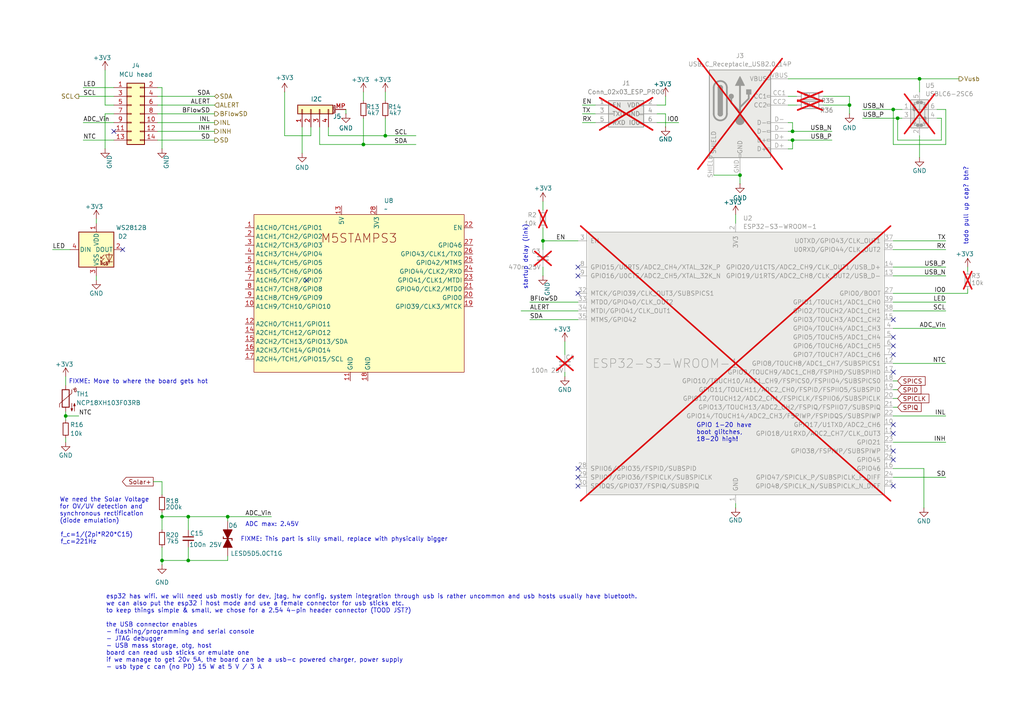
<source format=kicad_sch>
(kicad_sch (version 20250114) (generator "eeschema") (generator_version "9.0")
  (paper "A4")
  (lib_symbols
    (symbol "Connector_Generic:Conn_02x07_Odd_Even" (pin_names (offset 1.016) (hide yes))
      (property "Reference" "J" (at 1.27 10.16 0))
      (property "Value" "Conn_02x07_Odd_Even" (at 1.27 -10.16 0))
      (symbol "Conn_02x07_Odd_Even_1_1"
        (rectangle (start -1.27 8.89) (end 3.81 -8.89) (stroke (width 0.254)) (fill (type background)))
        (rectangle (start -1.27 7.747) (end 0 7.493) (stroke (width 0.1524)))
        (rectangle (start -1.27 5.207) (end 0 4.953) (stroke (width 0.1524)))
        (rectangle (start -1.27 2.667) (end 0 2.413) (stroke (width 0.1524)))
        (rectangle (start -1.27 0.127) (end 0 -0.127) (stroke (width 0.1524)))
        (rectangle (start -1.27 -2.413) (end 0 -2.667) (stroke (width 0.1524)))
        (rectangle (start -1.27 -4.953) (end 0 -5.207) (stroke (width 0.1524)))
        (rectangle (start -1.27 -7.493) (end 0 -7.747) (stroke (width 0.1524)))
        (rectangle (start 3.81 7.747) (end 2.54 7.493) (stroke (width 0.1524)))
        (rectangle (start 3.81 5.207) (end 2.54 4.953) (stroke (width 0.1524)))
        (rectangle (start 3.81 2.667) (end 2.54 2.413) (stroke (width 0.1524)))
        (rectangle (start 3.81 0.127) (end 2.54 -0.127) (stroke (width 0.1524)))
        (rectangle (start 3.81 -2.413) (end 2.54 -2.667) (stroke (width 0.1524)))
        (rectangle (start 3.81 -4.953) (end 2.54 -5.207) (stroke (width 0.1524)))
        (rectangle (start 3.81 -7.493) (end 2.54 -7.747) (stroke (width 0.1524)))
        (pin passive line (at -5.08 7.62 0) (length 3.81) (name "Pin_1") (number "1"))
        (pin passive line (at -5.08 5.08 0) (length 3.81) (name "Pin_3") (number "3"))
        (pin passive line (at -5.08 2.54 0) (length 3.81) (name "Pin_5") (number "5"))
        (pin passive line (at -5.08 0 0) (length 3.81) (name "Pin_7") (number "7"))
        (pin passive line (at -5.08 -2.54 0) (length 3.81) (name "Pin_9") (number "9"))
        (pin passive line (at -5.08 -5.08 0) (length 3.81) (name "Pin_11") (number "11"))
        (pin passive line (at -5.08 -7.62 0) (length 3.81) (name "Pin_13") (number "13"))
        (pin passive line (at 7.62 7.62 180) (length 3.81) (name "Pin_2") (number "2"))
        (pin passive line (at 7.62 5.08 180) (length 3.81) (name "Pin_4") (number "4"))
        (pin passive line (at 7.62 2.54 180) (length 3.81) (name "Pin_6") (number "6"))
        (pin passive line (at 7.62 0 180) (length 3.81) (name "Pin_8") (number "8"))
        (pin passive line (at 7.62 -2.54 180) (length 3.81) (name "Pin_10") (number "10"))
        (pin passive line (at 7.62 -5.08 180) (length 3.81) (name "Pin_12") (number "12"))
        (pin passive line (at 7.62 -7.62 180) (length 3.81) (name "Pin_14") (number "14"))
      )
    )
    (symbol "Connector_Generic_MountingPin:Conn_01x04_MountingPin" (pin_names (offset 1.016) (hide yes))
      (property "Reference" "J" (at 0 5.08 0))
      (property "Value" "Conn_01x04_MountingPin" (at 1.27 -7.62 0))
      (symbol "Conn_01x04_MountingPin_1_1"
        (rectangle (start -1.27 3.81) (end 1.27 -6.35) (stroke (width 0.254)) (fill (type background)))
        (rectangle (start -1.27 2.667) (end 0 2.413) (stroke (width 0.1524)))
        (rectangle (start -1.27 0.127) (end 0 -0.127) (stroke (width 0.1524)))
        (rectangle (start -1.27 -2.413) (end 0 -2.667) (stroke (width 0.1524)))
        (rectangle (start -1.27 -4.953) (end 0 -5.207) (stroke (width 0.1524)))
        (polyline (pts (xy -1.016 -7.112) (xy 1.016 -7.112)) (stroke (width 0.1524)))
        (text "Mounting" (at 0 -6.731 0) (effects (font (size 0.381 0.381))))
        (pin passive line (at -5.08 2.54 0) (length 3.81) (name "Pin_1") (number "1"))
        (pin passive line (at -5.08 0 0) (length 3.81) (name "Pin_2") (number "2"))
        (pin passive line (at -5.08 -2.54 0) (length 3.81) (name "Pin_3") (number "3"))
        (pin passive line (at -5.08 -5.08 0) (length 3.81) (name "Pin_4") (number "4"))
        (pin passive line (at 0 -10.16 90) (length 3.048) (name "MountPin") (number "MP"))
      )
    )
    (symbol "Device:C_Small" (pin_numbers (hide yes)) (pin_names (offset 0.254) (hide yes))
      (property "Reference" "C" (at 0.254 1.778 0))
      (property "Value" "C_Small" (at 0.254 -2.032 0))
      (symbol "C_Small_0_1"
        (polyline (pts (xy -1.524 0.508) (xy 1.524 0.508)) (stroke (width 0.3048)))
        (polyline (pts (xy -1.524 -0.508) (xy 1.524 -0.508)) (stroke (width 0.3302)))
      )
      (symbol "C_Small_1_1"
        (pin passive line (at 0 2.54 270) (length 2.032) (name "~") (number "1"))
        (pin passive line (at 0 -2.54 90) (length 2.032) (name "~") (number "2"))
      )
    )
    (symbol "Device:R" (pin_numbers (hide yes)) (pin_names (offset 0))
      (property "Reference" "R" (at 2.032 0 90))
      (property "Value" "R" (at 0 0 90))
      (symbol "R_0_1"
        (rectangle (start -1.016 -2.54) (end 1.016 2.54) (stroke (width 0.254)))
      )
      (symbol "R_1_1"
        (pin passive line (at 0 3.81 270) (length 1.27) (name "~") (number "1"))
        (pin passive line (at 0 -3.81 90) (length 1.27) (name "~") (number "2"))
      )
    )
    (symbol "Device:R_Small" (pin_numbers (hide yes)) (pin_names (offset 0.254) (hide yes))
      (property "Reference" "R" (at 0 0 90))
      (property "Value" "R_Small" (at 1.778 0 90))
      (symbol "R_Small_0_1"
        (rectangle (start -0.762 1.778) (end 0.762 -1.778) (stroke (width 0.2032)))
      )
      (symbol "R_Small_1_1"
        (pin passive line (at 0 2.54 270) (length 0.762) (name "~") (number "1"))
        (pin passive line (at 0 -2.54 90) (length 0.762) (name "~") (number "2"))
      )
    )
    (symbol "Device:Thermistor_NTC" (pin_numbers (hide yes)) (pin_names (offset 0))
      (property "Reference" "TH" (at -4.445 0 90))
      (property "Value" "Thermistor_NTC" (at 3.175 0 90))
      (symbol "Thermistor_NTC_0_1"
        (arc (start -3.175 2.413) (mid -3.0506 2.3165) (end -3.048 2.159))
        (arc (start -3.048 2.794) (mid -2.9736 2.9736) (end -2.794 3.048))
        (arc (start -2.794 3.048) (mid -2.6144 2.9736) (end -2.54 2.794))
        (arc (start -2.794 2.54) (mid -2.9736 2.6144) (end -3.048 2.794))
        (arc (start -2.794 1.905) (mid -2.9736 1.9794) (end -3.048 2.159))
        (arc (start -2.54 2.159) (mid -2.6144 1.9794) (end -2.794 1.905))
        (arc (start -2.159 2.794) (mid -2.434 2.5608) (end -2.794 2.54))
        (polyline (pts (xy -2.54 2.159) (xy -2.54 2.794)))
        (polyline (pts (xy -2.54 -3.683) (xy -2.54 -1.397) (xy -2.794 -2.159) (xy -2.286 -2.159) (xy -2.54 -1.397) (xy -2.54 -1.651)) (fill (type outline)))
        (polyline (pts (xy -1.778 2.54) (xy -1.778 1.524) (xy 1.778 -1.524) (xy 1.778 -2.54)))
        (polyline (pts (xy -1.778 -1.397) (xy -1.778 -3.683) (xy -2.032 -2.921) (xy -1.524 -2.921) (xy -1.778 -3.683) (xy -1.778 -3.429)) (fill (type outline)))
        (rectangle (start -1.016 2.54) (end 1.016 -2.54) (stroke (width 0.254)))
      )
      (symbol "Thermistor_NTC_1_1"
        (pin passive line (at 0 3.81 270) (length 1.27) (name "~") (number "1"))
        (pin passive line (at 0 -3.81 90) (length 1.27) (name "~") (number "2"))
      )
    )
    (symbol "LED:WS2812B" (pin_names (offset 0.254))
      (property "Reference" "D" (at 5.08 5.715 0))
      (property "Value" "WS2812B" (at 1.27 -5.715 0))
      (symbol "WS2812B_0_0"
        (text "RGB" (at 2.286 -4.191 0) (effects (font (size 0.762 0.762))))
      )
      (symbol "WS2812B_0_1"
        (polyline (pts (xy 1.27 -2.54) (xy 1.778 -2.54)))
        (polyline (pts (xy 1.27 -3.556) (xy 1.778 -3.556)))
        (polyline (pts (xy 2.286 -1.524) (xy 1.27 -2.54) (xy 1.27 -2.032)))
        (polyline (pts (xy 2.286 -2.54) (xy 1.27 -3.556) (xy 1.27 -3.048)))
        (polyline (pts (xy 3.683 -1.016) (xy 3.683 -3.556) (xy 3.683 -4.064)))
        (polyline (pts (xy 4.699 -1.524) (xy 2.667 -1.524) (xy 3.683 -3.556) (xy 4.699 -1.524)))
        (polyline (pts (xy 4.699 -3.556) (xy 2.667 -3.556)))
        (rectangle (start 5.08 5.08) (end -5.08 -5.08) (stroke (width 0.254)) (fill (type background)))
      )
      (symbol "WS2812B_1_1"
        (pin input line (at -7.62 0 0) (length 2.54) (name "DIN") (number "4"))
        (pin power_in line (at 0 7.62 270) (length 2.54) (name "VDD") (number "1"))
        (pin power_in line (at 0 -7.62 90) (length 2.54) (name "VSS") (number "3"))
        (pin output line (at 7.62 0 180) (length 2.54) (name "DOUT") (number "2"))
      )
    )
    (symbol "PCM_Diode_TVS_AKL:D_TVS_Bidirectional_Generic" (pin_numbers (hide yes)) (pin_names (offset 1.016) (hide yes))
      (property "Reference" "D" (at 0 5.08 0))
      (property "Value" "D_TVS_Bidirectional_Generic" (at 0 2.54 0))
      (symbol "D_TVS_Bidirectional_Generic_0_1"
        (polyline (pts (xy 0 1.27) (xy 0 -1.27)) (stroke (width 0.254)))
        (polyline (pts (xy 0 1.27) (xy 0.508 1.27)) (stroke (width 0.254)))
        (polyline (pts (xy 0 0) (xy -2.54 1.27) (xy -2.54 -1.27) (xy 0 0)) (stroke (width 0.254)) (fill (type outline)))
        (polyline (pts (xy 0 -1.27) (xy -0.508 -1.27)) (stroke (width 0.254)))
        (polyline (pts (xy 1.27 0) (xy -1.27 0)))
        (polyline (pts (xy 2.54 1.27) (xy 2.54 -1.27) (xy 0 0) (xy 2.54 1.27)) (stroke (width 0.254)) (fill (type outline)))
      )
      (symbol "D_TVS_Bidirectional_Generic_1_1"
        (pin passive line (at -5.08 0 0) (length 2.54) (name "K") (number "1"))
        (pin passive line (at 5.08 0 180) (length 2.54) (name "A") (number "2"))
      )
    )
    (symbol "PCM_Espressif:ESP32-S3-WROOM-1" (pin_names (offset 1.016))
      (property "Reference" "U" (at -43.18 43.18 0))
      (property "Value" "ESP32-S3-WROOM-1" (at -43.18 40.64 0))
      (symbol "ESP32-S3-WROOM-1_0_0"
        (text "ESP32-S3-WROOM-1" (at -20.32 0 0) (effects (font (size 2.54 2.54))))
        (pin input line (at -45.72 35.56 0) (length 2.54) (name "EN") (number "3"))
        (pin bidirectional line (at -45.72 27.94 0) (length 2.54) (name "GPIO15/U0RTS/ADC2_CH4/XTAL_32K_P") (number "8"))
        (pin bidirectional line (at -45.72 25.4 0) (length 2.54) (name "GPIO16/U0CTS/ADC2_CH5/XTAL_32K_N") (number "9"))
        (pin bidirectional line (at -45.72 20.32 0) (length 2.54) (name "MTCK/GPIO39/CLK_OUT3/SUBSPICS1") (number "32"))
        (pin bidirectional line (at -45.72 17.78 0) (length 2.54) (name "MTDO/GPIO40/CLK_OUT2") (number "33"))
        (pin bidirectional line (at -45.72 15.24 0) (length 2.54) (name "MTDI/GPIO41/CLK_OUT1") (number "34"))
        (pin bidirectional line (at -45.72 12.7 0) (length 2.54) (name "MTMS/GPIO42") (number "35"))
        (pin bidirectional line (at -45.72 -30.48 0) (length 2.54) (name "SPIIO6/GPIO35/FSPID/SUBSPID") (number "28"))
        (pin bidirectional line (at -45.72 -33.02 0) (length 2.54) (name "SPIIO7/GPIO36/FSPICLK/SUBSPICLK") (number "29"))
        (pin bidirectional line (at -45.72 -35.56 0) (length 2.54) (name "SPIDQS/GPIO37/FSPIQ/SUBSPIQ") (number "30"))
        (pin power_in line (at 0 40.64 270) (length 2.54) (name "3V3") (number "2"))
        (pin power_in line (at 0 -40.64 90) (length 2.54) (name "GND") (number "1"))
        (pin passive line (at 0 -40.64 90) (length 2.54) (hide yes) (name "GND") (number "40"))
        (pin passive line (at 0 -40.64 90) (length 2.54) (hide yes) (name "GND") (number "41"))
        (pin bidirectional line (at 45.72 35.56 180) (length 2.54) (name "U0TXD/GPIO43/CLK_OUT1") (number "37"))
        (pin bidirectional line (at 45.72 33.02 180) (length 2.54) (name "U0RXD/GPIO44/CLK_OUT2") (number "36"))
        (pin bidirectional line (at 45.72 27.94 180) (length 2.54) (name "GPIO20/U1CTS/ADC2_CH9/CLK_OUT1/USB_D+") (number "14"))
        (pin bidirectional line (at 45.72 25.4 180) (length 2.54) (name "GPIO19/U1RTS/ADC2_CH8/CLK_OUT2/USB_D-") (number "13"))
        (pin bidirectional line (at 45.72 20.32 180) (length 2.54) (name "GPIO0/BOOT") (number "27"))
        (pin bidirectional line (at 45.72 17.78 180) (length 2.54) (name "GPIO1/TOUCH1/ADC1_CH0") (number "39"))
        (pin bidirectional line (at 45.72 15.24 180) (length 2.54) (name "GPIO2/TOUCH2/ADC1_CH1") (number "38"))
        (pin bidirectional line (at 45.72 12.7 180) (length 2.54) (name "GPIO3/TOUCH3/ADC1_CH2") (number "15"))
        (pin bidirectional line (at 45.72 10.16 180) (length 2.54) (name "GPIO4/TOUCH4/ADC1_CH3") (number "4"))
        (pin bidirectional line (at 45.72 7.62 180) (length 2.54) (name "GPIO5/TOUCH5/ADC1_CH4") (number "5"))
        (pin bidirectional line (at 45.72 5.08 180) (length 2.54) (name "GPIO6/TOUCH6/ADC1_CH5") (number "6"))
        (pin bidirectional line (at 45.72 2.54 180) (length 2.54) (name "GPIO7/TOUCH7/ADC1_CH6") (number "7"))
        (pin bidirectional line (at 45.72 0 180) (length 2.54) (name "GPIO8/TOUCH8/ADC1_CH7/SUBSPICS1") (number "12"))
        (pin bidirectional line (at 45.72 -2.54 180) (length 2.54) (name "GPIO9/TOUCH9/ADC1_CH8/FSPIHD/SUBSPIHD") (number "17"))
        (pin bidirectional line (at 45.72 -5.08 180) (length 2.54) (name "GPIO10/TOUCH10/ADC1_CH9/FSPICS0/FSPIIO4/SUBSPICS0") (number "18"))
        (pin bidirectional line (at 45.72 -7.62 180) (length 2.54) (name "GPIO11/TOUCH11/ADC2_CH0/FSPID/FSPIIO5/SUBSPID") (number "19"))
        (pin bidirectional line (at 45.72 -10.16 180) (length 2.54) (name "GPIO12/TOUCH12/ADC2_CH1/FSPICLK/FSPIIO6/SUBSPICLK") (number "20"))
        (pin bidirectional line (at 45.72 -12.7 180) (length 2.54) (name "GPIO13/TOUCH13/ADC2_CH2/FSPIQ/FSPIIO7/SUBSPIQ") (number "21"))
        (pin bidirectional line (at 45.72 -15.24 180) (length 2.54) (name "GPIO14/TOUCH14/ADC2_CH3/FSPIWP/FSPIDQS/SUBSPIWP") (number "22"))
        (pin bidirectional line (at 45.72 -17.78 180) (length 2.54) (name "GPIO17/U1TXD/ADC2_CH6") (number "10"))
        (pin bidirectional line (at 45.72 -20.32 180) (length 2.54) (name "GPIO18/U1RXD/ADC2_CH7/CLK_OUT3") (number "11"))
        (pin bidirectional line (at 45.72 -22.86 180) (length 2.54) (name "GPIO21") (number "23"))
        (pin bidirectional line (at 45.72 -25.4 180) (length 2.54) (name "GPIO38/FSPIWP/SUBSPIWP") (number "31"))
        (pin bidirectional line (at 45.72 -27.94 180) (length 2.54) (name "GPIO45") (number "26"))
        (pin bidirectional line (at 45.72 -30.48 180) (length 2.54) (name "GPIO46") (number "16"))
        (pin bidirectional line (at 45.72 -33.02 180) (length 2.54) (name "GPIO47/SPICLK_P/SUBSPICLK_P_DIFF") (number "24"))
        (pin bidirectional line (at 45.72 -35.56 180) (length 2.54) (name "GPIO48/SPICLK_N/SUBSPICLK_N_DIFF") (number "25"))
      )
      (symbol "ESP32-S3-WROOM-1_0_1"
        (rectangle (start -43.18 38.1) (end 43.18 -38.1) (fill (type background)))
      )
    )
    (symbol "Power_Protection:USBLC6-2SC6" (pin_names (hide yes))
      (property "Reference" "U" (at 0.635 5.715 0))
      (property "Value" "USBLC6-2SC6" (at 0.635 3.81 0))
      (symbol "USBLC6-2SC6_0_0"
        (circle (center -1.524 0) (radius 0.0001) (stroke (width 0.508)))
        (circle (center -0.508 2.032) (radius 0.0001) (stroke (width 0.508)))
        (circle (center -0.508 -4.572) (radius 0.0001) (stroke (width 0.508)))
        (circle (center 0.508 2.032) (radius 0.0001) (stroke (width 0.508)))
        (circle (center 0.508 -4.572) (radius 0.0001) (stroke (width 0.508)))
        (circle (center 1.524 -2.54) (radius 0.0001) (stroke (width 0.508)))
      )
      (symbol "USBLC6-2SC6_0_1"
        (polyline (pts (xy -2.54 0) (xy 2.54 0)))
        (polyline (pts (xy -2.54 -2.54) (xy 2.54 -2.54)))
        (polyline (pts (xy -2.032 0.508) (xy -1.016 0.508) (xy -1.524 1.524) (xy -2.032 0.508)))
        (polyline (pts (xy -2.032 -3.048) (xy -1.016 -3.048)))
        (polyline (pts (xy -1.016 1.524) (xy -2.032 1.524)))
        (polyline (pts (xy -1.016 -4.064) (xy -2.032 -4.064) (xy -1.524 -3.048) (xy -1.016 -4.064)))
        (polyline (pts (xy -0.508 -1.143) (xy -0.508 -0.762) (xy 0.508 -0.762)))
        (polyline (pts (xy 0 2.54) (xy -0.508 2.032) (xy 0.508 2.032) (xy 0 1.524) (xy 0 -4.064) (xy -0.508 -4.572) (xy 0.508 -4.572) (xy 0 -5.08)))
        (polyline (pts (xy 0.508 -1.778) (xy -0.508 -1.778) (xy 0 -0.762) (xy 0.508 -1.778)))
        (polyline (pts (xy 1.016 1.524) (xy 2.032 1.524)))
        (polyline (pts (xy 1.016 -3.048) (xy 2.032 -3.048)))
        (polyline (pts (xy 2.032 0.508) (xy 1.016 0.508) (xy 1.524 1.524) (xy 2.032 0.508)))
        (polyline (pts (xy 2.032 -4.064) (xy 1.016 -4.064) (xy 1.524 -3.048) (xy 2.032 -4.064)))
      )
      (symbol "USBLC6-2SC6_1_1"
        (rectangle (start -2.54 2.794) (end 2.54 -5.334) (stroke (width 0.254)) (fill (type background)))
        (polyline (pts (xy -0.508 2.032) (xy -1.524 2.032) (xy -1.524 -4.572) (xy -0.508 -4.572)))
        (polyline (pts (xy 0.508 -4.572) (xy 1.524 -4.572) (xy 1.524 2.032) (xy 0.508 2.032)))
        (pin passive line (at -5.08 0 0) (length 2.54) (name "I/O1") (number "1"))
        (pin passive line (at -5.08 -2.54 0) (length 2.54) (name "I/O2") (number "3"))
        (pin passive line (at 0 5.08 270) (length 2.54) (name "VBUS") (number "5"))
        (pin passive line (at 0 -7.62 90) (length 2.54) (name "GND") (number "2"))
        (pin passive line (at 5.08 0 180) (length 2.54) (name "I/O1") (number "6"))
        (pin passive line (at 5.08 -2.54 180) (length 2.54) (name "I/O2") (number "4"))
      )
    )
    (symbol "afork-kicad-parts:M5STAMPS3"
      (property "Reference" "U" (at -48.26 -2.54 0))
      (symbol "M5STAMPS3_0_1"
        (rectangle (start -30.48 36.83) (end 30.48 -8.89) (fill (type background)))
      )
      (symbol "M5STAMPS3_1_0"
        (text "M5STAMPS3\n" (at 0 29.972 0) (effects (font (size 2.54 2.54))))
      )
      (symbol "M5STAMPS3_1_1"
        (pin bidirectional line (at -33.02 33.02 0) (length 2.54) (name "A1CH0/TCH1/GPIO1") (number "1"))
        (pin bidirectional line (at -33.02 30.48 0) (length 2.54) (name "A1CH1/TCH2/GPIO2") (number "2"))
        (pin bidirectional line (at -33.02 27.94 0) (length 2.54) (name "A1CH2/TCH3/GPIO3") (number "3"))
        (pin bidirectional line (at -33.02 25.4 0) (length 2.54) (name "A1CH3/TCH4/GPIO4") (number "4"))
        (pin bidirectional line (at -33.02 22.86 0) (length 2.54) (name "A1CH4/TCH5/GPIO5") (number "5"))
        (pin bidirectional line (at -33.02 20.32 0) (length 2.54) (name "A1CH5/TCH6/GPIO6") (number "6"))
        (pin bidirectional line (at -33.02 17.78 0) (length 2.54) (name "A1CH6/TCH7/GPIO7") (number "7"))
        (pin bidirectional line (at -33.02 15.24 0) (length 2.54) (name "A1CH7/TCH8/GPIO8") (number "8"))
        (pin bidirectional line (at -33.02 12.7 0) (length 2.54) (name "A1CH8/TCH9/GPIO9") (number "9"))
        (pin bidirectional line (at -33.02 10.16 0) (length 2.54) (name "A1CH9/TCH10/GPIO10") (number "10"))
        (pin bidirectional line (at -33.02 5.08 0) (length 2.54) (name "A2CH0/TCH11/GPIO11") (number "12"))
        (pin bidirectional line (at -33.02 2.54 0) (length 2.54) (name "A2CH1/TCH12/GPIO12") (number "14"))
        (pin bidirectional line (at -33.02 0 0) (length 2.54) (name "A2CH2/TCH13/GPIO13/SDA") (number "15"))
        (pin bidirectional line (at -33.02 -2.54 0) (length 2.54) (name "A2CH3/TCH14/GPIO14") (number "16"))
        (pin bidirectional line (at -33.02 -5.08 0) (length 2.54) (name "A2CH4/TCH1/GPIO15/SCL") (number "17"))
        (pin power_in line (at -5.08 39.37 270) (length 2.54) (name "5V") (number "13"))
        (pin power_in line (at -2.54 -11.43 90) (length 2.54) (name "GND") (number "11"))
        (pin power_in line (at 2.54 -11.43 90) (length 2.54) (name "GND") (number "18"))
        (pin power_in line (at 5.08 39.37 270) (length 2.54) (name "3V3") (number "28"))
        (pin input line (at 33.02 33.02 180) (length 2.54) (name "EN") (number "22"))
        (pin bidirectional line (at 33.02 27.94 180) (length 2.54) (name "GPIO46") (number "27"))
        (pin bidirectional line (at 33.02 25.4 180) (length 2.54) (name "GPIO43/CLK1/TXD") (number "26"))
        (pin bidirectional line (at 33.02 22.86 180) (length 2.54) (name "GPIO42/MTMS") (number "25"))
        (pin bidirectional line (at 33.02 20.32 180) (length 2.54) (name "GPIO44/CLK2/RXD") (number "24"))
        (pin bidirectional line (at 33.02 17.78 180) (length 2.54) (name "GPIO41/CLK1/MTDI") (number "23"))
        (pin bidirectional line (at 33.02 15.24 180) (length 2.54) (name "GPIO40/CLK2/MTD0") (number "21"))
        (pin bidirectional line (at 33.02 12.7 180) (length 2.54) (name "GPIO0") (number "20"))
        (pin bidirectional line (at 33.02 10.16 180) (length 2.54) (name "GPIO39/CLK3/MTCK") (number "19"))
      )
    )
    (symbol "afork-kicad-parts:USB_C_Receptacle_USB2.0_14P" (pin_names (offset 1.016))
      (property "Reference" "J3" (at 0 21.9245 0))
      (property "Value" "USB_C_Receptacle_USB2.0_14P" (at 0 19.5002 0))
      (symbol "USB_C_Receptacle_USB2.0_14P_0_0"
        (rectangle (start -0.254 -7.62) (end 0.254 -6.604))
        (rectangle (start 8.89 15.494) (end 7.874 14.986))
        (rectangle (start 8.89 10.414) (end 7.874 9.906))
        (rectangle (start 8.89 7.874) (end 7.874 7.366))
        (rectangle (start 8.89 2.794) (end 7.874 2.286))
        (rectangle (start 8.89 0.254) (end 7.874 -0.254))
        (rectangle (start 8.89 -2.286) (end 7.874 -2.794))
        (rectangle (start 8.89 -4.826) (end 7.874 -5.334))
      )
      (symbol "USB_C_Receptacle_USB2.0_14P_0_1"
        (rectangle (start -8.89 17.78) (end 8.89 -7.62) (stroke (width 0.254)) (fill (type background)))
        (polyline (pts (xy -7.62 5.08) (xy -7.62 12.7)) (stroke (width 0.508)))
        (rectangle (start -6.35 5.08) (end -5.08 12.7) (stroke (width 0.254)) (fill (type outline)))
        (arc (start -6.35 12.7) (mid -5.715 13.3323) (end -5.08 12.7) (stroke (width 0.254)))
        (arc (start -6.35 12.7) (mid -5.715 13.3323) (end -5.08 12.7) (stroke (width 0.254)) (fill (type outline)))
        (arc (start -7.62 12.7) (mid -5.715 14.5967) (end -3.81 12.7) (stroke (width 0.508)))
        (arc (start -3.81 5.08) (mid -5.715 3.1833) (end -7.62 5.08) (stroke (width 0.508)))
        (arc (start -5.08 5.08) (mid -5.715 4.4477) (end -6.35 5.08) (stroke (width 0.254)))
        (arc (start -5.08 5.08) (mid -5.715 4.4477) (end -6.35 5.08) (stroke (width 0.254)) (fill (type outline)))
        (polyline (pts (xy -3.81 12.7) (xy -3.81 5.08)) (stroke (width 0.508)))
        (circle (center -2.54 10.16) (radius 0.635) (stroke (width 0.254)) (fill (type outline)))
        (polyline (pts (xy -1.27 13.335) (xy 0 15.875) (xy 1.27 13.335) (xy -1.27 13.335)) (stroke (width 0.254)) (fill (type outline)))
        (polyline (pts (xy 0 6.985) (xy 2.54 9.525) (xy 2.54 10.795)) (stroke (width 0.508)))
        (polyline (pts (xy 0 5.715) (xy -2.54 8.255) (xy -2.54 9.525)) (stroke (width 0.508)))
        (circle (center 0 3.175) (radius 1.27) (fill (type outline)))
        (polyline (pts (xy 0 3.175) (xy 0 13.335)) (stroke (width 0.508)))
        (rectangle (start 1.905 10.795) (end 3.175 12.065) (stroke (width 0.254)) (fill (type outline)))
      )
      (symbol "USB_C_Receptacle_USB2.0_14P_1_1"
        (pin passive line (at -7.62 -12.7 90) (length 5.08) (name "SHIELD") (number "SHIELD"))
        (pin passive line (at 0 -12.7 90) (length 5.08) (name "GND") (number "GND"))
        (pin passive line (at 0 -12.7 90) (length 5.08) (hide yes) (name "GND") (number "GND"))
        (pin passive line (at 0 -12.7 90) (length 5.08) (hide yes) (name "GND") (number "GND"))
        (pin passive line (at 0 -12.7 90) (length 5.08) (hide yes) (name "GND") (number "GND"))
        (pin passive line (at 13.97 15.24 180) (length 5.08) (name "VBUS") (number "VBUS"))
        (pin passive line (at 13.97 15.24 180) (length 5.08) (hide yes) (name "VBUS") (number "VBUS"))
        (pin passive line (at 13.97 15.24 180) (length 5.08) (hide yes) (name "VBUS") (number "VBUS"))
        (pin passive line (at 13.97 15.24 180) (length 5.08) (hide yes) (name "VBUS") (number "VBUS"))
        (pin bidirectional line (at 13.97 10.16 180) (length 5.08) (name "CC1") (number "CC1"))
        (pin bidirectional line (at 13.97 7.62 180) (length 5.08) (name "CC2") (number "CC2"))
        (pin bidirectional line (at 13.97 2.54 180) (length 5.08) (name "D-") (number "D-"))
        (pin bidirectional line (at 13.97 0 180) (length 5.08) (name "D-") (number "D-"))
        (pin bidirectional line (at 13.97 -2.54 180) (length 5.08) (name "D+") (number "D+"))
        (pin bidirectional line (at 13.97 -5.08 180) (length 5.08) (name "D+") (number "D+"))
      )
    )
    (symbol "open-pe:Conn_02x03_ESP_PROG" (pin_names (offset 1.016))
      (property "Reference" "J" (at 1.27 5.08 0))
      (property "Value" "Conn_02x03_ESP_PROG" (at 1.27 -5.08 0))
      (symbol "Conn_02x03_ESP_PROG_1_1"
        (rectangle (start -1.27 3.81) (end 8.89 -3.81) (stroke (width 0.254)) (fill (type background)))
        (rectangle (start -1.27 2.667) (end 0 2.413) (stroke (width 0.1524)))
        (rectangle (start -1.27 0.127) (end 0 -0.127) (stroke (width 0.1524)))
        (rectangle (start -1.27 -2.413) (end 0 -2.667) (stroke (width 0.1524)))
        (rectangle (start 7.62 2.54) (end 8.89 2.286) (stroke (width 0.1524)))
        (rectangle (start 7.62 0) (end 8.89 -0.254) (stroke (width 0.1524)))
        (rectangle (start 7.62 -2.54) (end 8.89 -2.794) (stroke (width 0.1524)))
        (pin passive line (at -5.08 2.54 0) (length 3.81) (name "EN") (number "1"))
        (pin passive line (at -5.08 0 0) (length 3.81) (name "TXD") (number "3"))
        (pin passive line (at -5.08 -2.54 0) (length 3.81) (name "RXD") (number "5"))
        (pin passive line (at 12.7 2.54 180) (length 3.81) (name "VDD") (number "2"))
        (pin passive line (at 12.7 0 180) (length 3.81) (name "GND") (number "4"))
        (pin passive line (at 12.7 -2.54 180) (length 3.81) (name "IO0") (number "6"))
      )
    )
    (symbol "power:+3.3V" (power) (pin_names (offset 0))
      (property "Value" "+3.3V" (at 0 3.556 0))
      (symbol "+3.3V_0_1"
        (polyline (pts (xy -0.762 1.27) (xy 0 2.54)))
        (polyline (pts (xy 0 2.54) (xy 0.762 1.27)))
        (polyline (pts (xy 0 0) (xy 0 2.54)))
      )
      (symbol "+3.3V_1_1"
        (pin power_in line (at 0 0 90) (length 0) (hide yes) (name "+3.3V") (number "1"))
      )
    )
    (symbol "power:+3V3" (power) (pin_numbers (hide yes)) (pin_names (offset 0) (hide yes))
      (property "Value" "+3V3" (at 0 3.556 0))
      (symbol "+3V3_0_1"
        (polyline (pts (xy -0.762 1.27) (xy 0 2.54)))
        (polyline (pts (xy 0 2.54) (xy 0.762 1.27)))
        (polyline (pts (xy 0 0) (xy 0 2.54)))
      )
      (symbol "+3V3_1_1"
        (pin power_in line (at 0 0 90) (length 0) (name "~") (number "1"))
      )
    )
    (symbol "power:GND" (power) (pin_numbers (hide yes)) (pin_names (offset 0) (hide yes))
      (property "Value" "GND" (at 0 -3.81 0))
      (symbol "GND_0_1"
        (polyline (pts (xy 0 0) (xy 0 -1.27) (xy 1.27 -1.27) (xy 0 -2.54) (xy -1.27 -1.27) (xy 0 -1.27)))
      )
      (symbol "GND_1_1"
        (pin power_in line (at 0 0 270) (length 0) (name "~") (number "1"))
      )
    )
  )
  (text "FIXME: Move to where the board gets hot" (at 40.132 110.744 0) (effects (font (size 1.27 1.27))))
  (text "todo pull up cap? btn?\n" (at 280.924 71.12 90) (effects (font (size 1.27 1.27)) (justify left bottom)))
  (text "ADC max: 2.45V " (at 71.12 152.908 0) (effects (font (size 1.27 1.27)) (justify left bottom)))
  (text "We need the Solar Voltage\nfor OV/UV detection and\nsynchronous rectification\n(diode emulation)" (at 17.272 151.892 0) (effects (font (size 1.27 1.27)) (justify left bottom)))
  (text "FIXME: This part is silly small, replace with physically bigger" (at 99.822 156.464 0) (effects (font (size 1.27 1.27))))
  (text "f_c=1/(2pi*R20*C15)\nf_c=221Hz" (at 17.526 157.988 0) (effects (font (size 1.27 1.27)) (justify left bottom)))
  (text "esp32 has wifi. we will need usb mostly for dev, jtag, hw config. system integration through usb is rather uncommon and usb hosts usually have bluetooth.\nwe can also put the esp32 i host mode and use a female connector for usb sticks etc.\nto keep things simple & small, we chose for a 2.54 4-pin header connector (TOOD JST?)\n\nthe USB connector enables\n- flashing/programming and serial console\n- JTAG debugger\n- USB mass storage, otg, host\nboard can read usb sticks or emulate one\nif we manage to get 20v 5A, the board can be a usb-c powered charger, power supply\n- usb type c can (no PD) 15 W at 5 V / 3 A" (at 30.734 194.31 0) (effects (font (size 1.27 1.27)) (justify left bottom)))
  (text "GPIO 1-20 have\nboot glitches,\n18-20 high!" (at 201.93 128.27 0) (effects (font (size 1.27 1.27)) (justify left bottom)))
  (text "startup delay (link)" (at 153.162 84.074 90) (effects (font (size 1.27 1.27)) (justify left bottom)))
  (junction (at 157.48 69.85))
  (junction (at 19.05 120.65))
  (junction (at 105.41 41.91))
  (junction (at 229.87 38.1))
  (junction (at 46.99 149.86))
  (junction (at 229.87 40.64))
  (junction (at 214.63 50.8))
  (junction (at 46.99 162.56))
  (junction (at 66.04 149.86))
  (junction (at 111.76 39.37))
  (junction (at 246.38 30.48))
  (junction (at 54.61 162.56))
  (junction (at 260.35 34.29))
  (junction (at 54.61 149.86))
  (junction (at 266.7 22.86))
  (junction (at 259.08 31.75))
  (no_connect (at 259.08 133.35))
  (no_connect (at 167.64 77.47))
  (no_connect (at 35.56 72.39))
  (no_connect (at 259.08 125.73))
  (no_connect (at 88.9 81.28))
  (no_connect (at 167.64 80.01))
  (no_connect (at 259.08 130.81))
  (no_connect (at 259.08 97.79))
  (no_connect (at 167.64 135.89))
  (no_connect (at 259.08 140.97))
  (no_connect (at 167.64 85.09))
  (no_connect (at 259.08 100.33))
  (no_connect (at 33.02 38.1))
  (no_connect (at 259.08 107.95))
  (no_connect (at 167.64 138.43))
  (no_connect (at 167.64 140.97))
  (no_connect (at 259.08 123.19))
  (no_connect (at 259.08 102.87))
  (no_connect (at 259.08 92.71))
  (wire (pts (xy 259.08 95.25) (xy 274.32 95.25)))
  (wire (pts (xy 260.35 34.29) (xy 261.62 34.29)))
  (wire (pts (xy 259.08 105.41) (xy 274.32 105.41)))
  (wire (pts (xy 259.08 138.43) (xy 274.32 138.43)))
  (wire (pts (xy 45.72 33.02) (xy 62.23 33.02)))
  (wire (pts (xy 259.08 120.65) (xy 274.32 120.65)))
  (wire (pts (xy 168.91 35.56) (xy 172.72 35.56)))
  (wire (pts (xy 190.5 35.56) (xy 196.85 35.56)))
  (wire (pts (xy 266.7 22.86) (xy 278.13 22.86)))
  (wire (pts (xy 259.08 115.57) (xy 260.35 115.57)))
  (wire (pts (xy 259.08 69.85) (xy 274.32 69.85)))
  (wire (pts (xy 157.48 77.47) (xy 157.48 80.01)))
  (wire (pts (xy 259.08 77.47) (xy 274.32 77.47)))
  (wire (pts (xy 259.08 85.09) (xy 280.67 85.09)))
  (wire (pts (xy 66.04 151.13) (xy 66.04 149.86)))
  (wire (pts (xy 46.99 139.7) (xy 46.99 143.51)))
  (wire (pts (xy 19.05 109.22) (xy 19.05 111.76)))
  (wire (pts (xy 228.6 27.94) (xy 231.14 27.94)))
  (wire (pts (xy 274.32 41.91) (xy 274.32 31.75)))
  (wire (pts (xy 157.48 69.85) (xy 167.64 69.85)))
  (wire (pts (xy 280.67 77.47) (xy 280.67 78.74)))
  (wire (pts (xy 259.08 31.75) (xy 261.62 31.75)))
  (wire (pts (xy 259.08 90.17) (xy 274.32 90.17)))
  (wire (pts (xy 213.36 62.23) (xy 213.36 64.77)))
  (wire (pts (xy 273.05 40.64) (xy 273.05 34.29)))
  (wire (pts (xy 100.33 31.75) (xy 100.33 33.02)))
  (wire (pts (xy 105.41 34.29) (xy 105.41 41.91)))
  (wire (pts (xy 250.19 34.29) (xy 260.35 34.29)))
  (wire (pts (xy 213.36 146.05) (xy 213.36 147.32)))
  (wire (pts (xy 46.99 149.86) (xy 46.99 153.67)))
  (wire (pts (xy 30.48 33.02) (xy 30.48 43.18)))
  (wire (pts (xy 46.99 148.59) (xy 46.99 149.86)))
  (wire (pts (xy 54.61 149.86) (xy 46.99 149.86)))
  (wire (pts (xy 45.72 40.64) (xy 62.23 40.64)))
  (wire (pts (xy 111.76 39.37) (xy 120.65 39.37)))
  (wire (pts (xy 193.04 30.48) (xy 190.5 30.48)))
  (wire (pts (xy 228.6 35.56) (xy 229.87 35.56)))
  (wire (pts (xy 228.6 43.18) (xy 229.87 43.18)))
  (wire (pts (xy 193.04 30.48) (xy 193.04 27.94)))
  (wire (pts (xy 266.7 22.86) (xy 266.7 26.67)))
  (wire (pts (xy 19.05 120.65) (xy 19.05 121.92)))
  (wire (pts (xy 259.08 31.75) (xy 259.08 41.91)))
  (wire (pts (xy 46.99 43.18) (xy 46.99 25.4)))
  (wire (pts (xy 168.91 30.48) (xy 172.72 30.48)))
  (wire (pts (xy 238.76 30.48) (xy 246.38 30.48)))
  (wire (pts (xy 44.45 139.7) (xy 46.99 139.7)))
  (wire (pts (xy 207.01 50.8) (xy 214.63 50.8)))
  (wire (pts (xy 163.83 107.95) (xy 163.83 109.22)))
  (wire (pts (xy 153.67 92.71) (xy 167.64 92.71)))
  (wire (pts (xy 45.72 27.94) (xy 62.23 27.94)))
  (wire (pts (xy 19.05 119.38) (xy 19.05 120.65)))
  (wire (pts (xy 238.76 27.94) (xy 246.38 27.94)))
  (wire (pts (xy 46.99 162.56) (xy 46.99 158.75)))
  (wire (pts (xy 92.71 36.83) (xy 92.71 41.91)))
  (wire (pts (xy 229.87 40.64) (xy 241.3 40.64)))
  (wire (pts (xy 22.86 27.94) (xy 33.02 27.94)))
  (wire (pts (xy 259.08 80.01) (xy 274.32 80.01)))
  (wire (pts (xy 105.41 26.67) (xy 105.41 29.21)))
  (wire (pts (xy 66.04 162.56) (xy 66.04 161.29)))
  (wire (pts (xy 46.99 162.56) (xy 54.61 162.56)))
  (wire (pts (xy 87.63 36.83) (xy 87.63 44.45)))
  (wire (pts (xy 157.48 69.85) (xy 157.48 72.39)))
  (wire (pts (xy 90.17 39.37) (xy 82.55 39.37)))
  (wire (pts (xy 259.08 128.27) (xy 274.32 128.27)))
  (wire (pts (xy 78.74 149.86) (xy 66.04 149.86)))
  (wire (pts (xy 46.99 162.56) (xy 46.99 163.83)))
  (wire (pts (xy 27.94 80.01) (xy 27.94 81.28)))
  (wire (pts (xy 259.08 41.91) (xy 274.32 41.91)))
  (wire (pts (xy 95.25 36.83) (xy 95.25 39.37)))
  (wire (pts (xy 259.08 72.39) (xy 274.32 72.39)))
  (wire (pts (xy 250.19 31.75) (xy 259.08 31.75)))
  (wire (pts (xy 92.71 41.91) (xy 105.41 41.91)))
  (wire (pts (xy 30.48 30.48) (xy 33.02 30.48)))
  (wire (pts (xy 266.7 22.86) (xy 228.6 22.86)))
  (wire (pts (xy 105.41 41.91) (xy 120.65 41.91)))
  (wire (pts (xy 151.13 90.17) (xy 167.64 90.17)))
  (wire (pts (xy 153.67 87.63) (xy 167.64 87.63)))
  (wire (pts (xy 90.17 36.83) (xy 90.17 39.37)))
  (wire (pts (xy 24.13 40.64) (xy 33.02 40.64)))
  (wire (pts (xy 246.38 27.94) (xy 246.38 30.48)))
  (wire (pts (xy 54.61 162.56) (xy 66.04 162.56)))
  (wire (pts (xy 274.32 31.75) (xy 271.78 31.75)))
  (wire (pts (xy 111.76 26.67) (xy 111.76 29.21)))
  (wire (pts (xy 267.97 147.32) (xy 267.97 135.89)))
  (wire (pts (xy 246.38 30.48) (xy 246.38 33.02)))
  (wire (pts (xy 260.35 34.29) (xy 260.35 40.64)))
  (wire (pts (xy 229.87 35.56) (xy 229.87 38.1)))
  (wire (pts (xy 193.04 36.83) (xy 193.04 33.02)))
  (wire (pts (xy 163.83 99.06) (xy 163.83 102.87)))
  (wire (pts (xy 45.72 38.1) (xy 62.23 38.1)))
  (wire (pts (xy 229.87 43.18) (xy 229.87 40.64)))
  (wire (pts (xy 273.05 34.29) (xy 271.78 34.29)))
  (wire (pts (xy 54.61 149.86) (xy 54.61 153.67)))
  (wire (pts (xy 111.76 34.29) (xy 111.76 39.37)))
  (wire (pts (xy 214.63 53.34) (xy 214.63 50.8)))
  (wire (pts (xy 30.48 33.02) (xy 33.02 33.02)))
  (wire (pts (xy 45.72 30.48) (xy 62.23 30.48)))
  (wire (pts (xy 54.61 162.56) (xy 54.61 158.75)))
  (wire (pts (xy 228.6 30.48) (xy 231.14 30.48)))
  (wire (pts (xy 157.48 66.04) (xy 157.48 69.85)))
  (wire (pts (xy 95.25 39.37) (xy 111.76 39.37)))
  (wire (pts (xy 19.05 127) (xy 19.05 128.27)))
  (wire (pts (xy 54.61 149.86) (xy 66.04 149.86)))
  (wire (pts (xy 267.97 135.89) (xy 259.08 135.89)))
  (wire (pts (xy 30.48 20.32) (xy 30.48 30.48)))
  (wire (pts (xy 22.86 120.65) (xy 19.05 120.65)))
  (wire (pts (xy 46.99 25.4) (xy 45.72 25.4)))
  (wire (pts (xy 168.91 33.02) (xy 172.72 33.02)))
  (wire (pts (xy 193.04 33.02) (xy 190.5 33.02)))
  (wire (pts (xy 266.7 39.37) (xy 266.7 45.72)))
  (wire (pts (xy 228.6 38.1) (xy 229.87 38.1)))
  (wire (pts (xy 15.24 72.39) (xy 20.32 72.39)))
  (wire (pts (xy 259.08 110.49) (xy 260.35 110.49)))
  (wire (pts (xy 228.6 40.64) (xy 229.87 40.64)))
  (wire (pts (xy 27.94 63.5) (xy 27.94 64.77)))
  (wire (pts (xy 229.87 38.1) (xy 241.3 38.1)))
  (wire (pts (xy 45.72 35.56) (xy 62.23 35.56)))
  (wire (pts (xy 157.48 58.42) (xy 157.48 60.96)))
  (wire (pts (xy 24.13 35.56) (xy 33.02 35.56)))
  (wire (pts (xy 259.08 87.63) (xy 274.32 87.63)))
  (wire (pts (xy 260.35 40.64) (xy 273.05 40.64)))
  (wire (pts (xy 259.08 113.03) (xy 260.35 113.03)))
  (wire (pts (xy 82.55 26.67) (xy 82.55 39.37)))
  (wire (pts (xy 280.67 85.09) (xy 280.67 83.82)))
  (wire (pts (xy 24.13 25.4) (xy 33.02 25.4)))
  (wire (pts (xy 259.08 118.11) (xy 260.35 118.11)))
  (label "EN" (at 161.29 69.85 0))
  (label "SCL" (at 118.11 39.37 180))
  (label "ADC_Vin" (at 274.32 95.25 180))
  (label "BFlowSD" (at 60.96 33.02 180))
  (label "NTC" (at 24.13 40.64 0))
  (label "NTC" (at 22.86 120.65 0))
  (label "TX" (at 274.32 69.85 180))
  (label "RX" (at 274.32 72.39 180))
  (label "SCL" (at 24.13 27.94 0))
  (label "USB_P" (at 250.19 34.29 0))
  (label "IO0" (at 196.85 35.56 180))
  (label "SDA" (at 118.11 41.91 180))
  (label "EN" (at 168.91 30.48 0))
  (label "SDA" (at 153.67 92.71 0))
  (label "ADC_Vin" (at 78.74 149.86 180))
  (label "USB_P" (at 274.32 77.47 180))
  (label "ALERT" (at 153.67 90.17 0))
  (label "TX" (at 168.91 33.02 0))
  (label "RX" (at 168.91 35.56 0))
  (label "SDA" (at 60.96 27.94 180))
  (label "USB_P" (at 241.3 40.64 180))
  (label "INL" (at 274.32 120.65 180))
  (label "BFlowSD" (at 153.67 87.63 0))
  (label "USB_N" (at 274.32 80.01 180))
  (label "LED" (at 15.24 72.39 0))
  (label "LED" (at 274.32 87.63 180))
  (label "SD" (at 274.32 138.43 180))
  (label "ALERT" (at 60.96 30.48 180))
  (label "SCL" (at 274.32 90.17 180))
  (label "INH" (at 274.32 128.27 180))
  (label "IO0" (at 274.32 85.09 180))
  (label "LED" (at 24.13 25.4 0))
  (label "SD" (at 60.96 40.64 180))
  (label "INH" (at 60.96 38.1 180))
  (label "INL" (at 60.96 35.56 180))
  (label "USB_N" (at 241.3 38.1 180))
  (label "USB_N" (at 250.19 31.75 0))
  (label "ADC_Vin" (at 24.13 35.56 0))
  (label "NTC" (at 274.32 105.41 180))
  (global_label "SPICS" (shape input) (at 260.35 110.49 0) (property "Intersheetrefs" "${INTERSHEET_REFS}" (effects (hide yes))))
  (global_label "SPID" (shape input) (at 260.35 113.03 0) (property "Intersheetrefs" "${INTERSHEET_REFS}" (effects (hide yes))))
  (global_label "SPIQ" (shape input) (at 260.35 118.11 0) (property "Intersheetrefs" "${INTERSHEET_REFS}" (effects (hide yes))))
  (global_label "Solar+" (shape output) (at 44.45 139.7 180) (property "Intersheetrefs" "${INTERSHEET_REFS}" (effects (hide yes))))
  (global_label "SPICLK" (shape input) (at 260.35 115.57 0) (property "Intersheetrefs" "${INTERSHEET_REFS}" (effects (hide yes))))
  (hierarchical_label "INL" (shape output) (at 62.23 35.56 0))
  (hierarchical_label "Vusb" (shape output) (at 278.13 22.86 0))
  (hierarchical_label "SD" (shape output) (at 62.23 40.64 0))
  (hierarchical_label "INH" (shape output) (at 62.23 38.1 0))
  (hierarchical_label "BFlowSD" (shape output) (at 62.23 33.02 0))
  (hierarchical_label "SDA" (shape bidirectional) (at 62.23 27.94 0))
  (hierarchical_label "SCL" (shape output) (at 22.86 27.94 180))
  (hierarchical_label "ALERT" (shape input) (at 62.23 30.48 0))
  (symbol (lib_id "Device:R_Small") (at 157.48 63.5 0) (unit 1) (on_board no) (dnp yes)
    (property "Reference" "R2" (at 155.702 62.3457 0) (effects (justify right)))
    (property "Value" "10k" (at 155.702 64.77 0) (effects (justify right)))
    (property "Footprint" "Resistor_SMD:R_0805_2012Metric" (effects (hide yes)))
    (property "Description" "Resistor, small symbol" (effects (hide yes)))
    (property "MPN" "10k" (effects (hide yes)))
  )
  (symbol (lib_id "afork-kicad-parts:M5STAMPS3") (at 104.14 99.06 0) (unit 1)
    (property "Reference" "U8" (at 111.3633 58.2125 0) (effects (justify left)))
    (property "Value" "~" (at 111.3633 60.6368 0) (effects (justify left)))
    (property "Footprint" "afork-kicad-parts:STAMP-S3-DIP" (effects (hide yes)))
    (property "Description" "Module M5Stack Stamp-S3" (effects (hide yes)))
  )
  (symbol (lib_id "power:GND") (at 266.7 45.72 0) (unit 1)
    (property "Reference" "#PWR038" (effects (hide yes)))
    (property "Value" "GND" (at 266.7 49.53 0))
    (property "Description" "Power symbol creates a global label with name \"GND\" , ground" (effects (hide yes)))
  )
  (symbol (lib_id "Power_Protection:USBLC6-2SC6") (at 266.7 31.75 0) (unit 1) (on_board no) (dnp yes)
    (property "Reference" "U5" (at 268.3511 24.8115 0) (effects (justify left)))
    (property "Value" "USBLC6-2SC6" (at 268.3511 27.2358 0) (effects (justify left)))
    (property "Footprint" "Package_TO_SOT_SMD:SOT-23-6" (effects (hide yes)))
    (property "Datasheet" "https://www.st.com/resource/en/datasheet/usblc6-2.pdf" (effects (hide yes)))
    (property "Description" "Very low capacitance ESD protection diode, 2 data-line, SOT-23-6" (effects (hide yes)))
  )
  (symbol (lib_id "Device:C_Small") (at 163.83 105.41 180) (unit 1) (on_board no) (dnp yes)
    (property "Reference" "C4" (at 165.354 103.632 0))
    (property "Value" "100n 25V" (at 158.75 107.442 0))
    (property "Footprint" "Capacitor_SMD:C_0805_2012Metric" (effects (hide yes)))
    (property "Datasheet" "CL21F104ZBCNNNC" (effects (hide yes)))
    (property "MPN" "100nF, 25V" (effects (hide yes)))
    (property "Desc" "bypass" (effects (hide yes)))
  )
  (symbol (lib_id "power:+3.3V") (at 157.48 58.42 0) (mirror y) (unit 1)
    (property "Reference" "#PWR013" (effects (hide yes)))
    (property "Value" "+3V3" (at 157.48 54.61 0))
  )
  (symbol (lib_id "power:GND") (at 193.04 36.83 0) (unit 1)
    (property "Reference" "#PWR025" (effects (hide yes)))
    (property "Value" "GND" (at 191.008 40.386 0) (effects (justify left)))
    (property "Description" "Power symbol creates a global label with name \"GND\" , ground" (effects (hide yes)))
  )
  (symbol (lib_id "Device:R_Small") (at 111.76 31.75 180) (unit 1)
    (property "Reference" "R14" (at 112.522 30.988 0) (effects (justify right)))
    (property "Value" "4k7" (at 112.776 32.766 0) (effects (justify right)))
    (property "Footprint" "Resistor_SMD:R_0805_2012Metric" (effects (hide yes)))
    (property "Description" "Resistor, small symbol" (effects (hide yes)))
    (property "MPN" "10k" (effects (hide yes)))
  )
  (symbol (lib_id "Device:R_Small") (at 280.67 81.28 0) (unit 1) (on_board no) (dnp yes)
    (property "Reference" "R3" (at 281.686 80.01 0) (effects (justify left)))
    (property "Value" "10k" (at 281.686 82.042 0) (effects (justify left)))
    (property "Footprint" "Resistor_SMD:R_0805_2012Metric" (effects (hide yes)))
    (property "Description" "Resistor, small symbol" (effects (hide yes)))
    (property "MPN" "10k" (effects (hide yes)))
  )
  (symbol (lib_id "power:GND") (at 27.94 81.28 0) (unit 1)
    (property "Reference" "#PWR015" (effects (hide yes)))
    (property "Value" "GND" (at 27.94 85.09 0))
    (property "Description" "Power symbol creates a global label with name \"GND\" , ground" (effects (hide yes)))
  )
  (symbol (lib_id "power:+3.3V") (at 193.04 27.94 0) (mirror y) (unit 1)
    (property "Reference" "#PWR024" (effects (hide yes)))
    (property "Value" "+3V3" (at 194.818 24.384 0) (effects (justify left)))
  )
  (symbol (lib_id "afork-kicad-parts:USB_C_Receptacle_USB2.0_14P") (at 214.63 38.1 0) (unit 1) (on_board no) (dnp yes)
    (property "Reference" "J3" (at 214.63 16.1755 0))
    (property "Value" "USB_C_Receptacle_USB2.0_14P" (at 214.63 18.5998 0))
    (property "Footprint" "afork-kicad-parts:USB-C-SMD_G-SWITCH_GT-USB-7010ASV" (effects (hide yes)))
    (property "Datasheet" "https://lcsc.com/datasheet/lcsc_datasheet_2411221125_G-Switch-GT-USB-7010ASV_C2988369.pdf" (effects (hide yes)))
    (property "Description" "USB 2.0-only 14P Type-C Receptacle connector" (effects (hide yes)))
    (property "LCSC" "C2988369" (effects (hide yes)))
  )
  (symbol (lib_id "Device:C_Small") (at 54.61 156.21 0) (unit 1)
    (property "Reference" "C15" (at 55.118 154.686 0) (effects (justify left)))
    (property "Value" "100n 25V" (at 54.864 157.988 0) (effects (justify left)))
    (property "Footprint" "Capacitor_SMD:C_0805_2012Metric" (effects (hide yes)))
    (property "MPN" "100nF, 25V" (effects (hide yes)))
    (property "Desc" "VS_Filt" (effects (hide yes)))
  )
  (symbol (lib_id "power:+3.3V") (at 105.41 26.67 0) (mirror y) (unit 1)
    (property "Reference" "#PWR018" (effects (hide yes)))
    (property "Value" "+3V3" (at 107.188 23.114 0) (effects (justify left)))
  )
  (symbol (lib_id "power:GND") (at 214.63 53.34 0) (unit 1)
    (property "Reference" "#PWR054" (effects (hide yes)))
    (property "Value" "GND" (at 214.63 57.404 0))
    (property "Description" "Power symbol creates a global label with name \"GND\" , ground" (effects (hide yes)))
  )
  (symbol (lib_id "power:GND") (at 163.83 109.22 0) (unit 1)
    (property "Reference" "#PWR020" (effects (hide yes)))
    (property "Value" "GND" (at 163.83 113.03 0))
    (property "Description" "Power symbol creates a global label with name \"GND\" , ground" (effects (hide yes)))
  )
  (symbol (lib_id "power:GND") (at 19.05 128.27 0) (unit 1)
    (property "Reference" "#PWR016" (effects (hide yes)))
    (property "Value" "GND" (at 19.05 132.08 0))
    (property "Description" "Power symbol creates a global label with name \"GND\" , ground" (effects (hide yes)))
  )
  (symbol (lib_id "Device:R") (at 234.95 27.94 90) (unit 1) (on_board no) (dnp yes)
    (property "Reference" "R35" (at 240.03 29.21 90))
    (property "Value" "5k1" (at 234.95 27.94 90))
    (property "Footprint" "Resistor_SMD:R_0805_2012Metric" (effects (hide yes)))
    (property "Description" "Resistor" (effects (hide yes)))
  )
  (symbol (lib_id "PCM_Diode_TVS_AKL:D_TVS_Bidirectional_Generic") (at 66.04 156.21 270) (unit 1)
    (property "Reference" "D6" (at 67.564 152.4 90))
    (property "Value" "LESD5D5.0CT1G" (at 74.422 160.528 90))
    (property "Footprint" "Diode_SMD:D_SOD-523" (effects (hide yes)))
    (property "LCSC" "C5199850" (effects (hide yes)))
  )
  (symbol (lib_id "Device:R_Small") (at 46.99 156.21 180) (unit 1)
    (property "Reference" "R20" (at 48.006 155.194 0) (effects (justify right)))
    (property "Value" "7k5" (at 48.26 156.972 0) (effects (justify right)))
    (property "Footprint" "Resistor_SMD:R_0805_2012Metric" (effects (hide yes)))
    (property "Description" "Resistor, small symbol" (effects (hide yes)))
    (property "MPN" "7.5k" (effects (hide yes)))
  )
  (symbol (lib_id "power:GND") (at 87.63 44.45 0) (unit 1)
    (property "Reference" "#PWR037" (effects (hide yes)))
    (property "Value" "GND" (at 87.63 48.5831 0))
    (property "Description" "Power symbol creates a global label with name \"GND\" , ground" (effects (hide yes)))
  )
  (symbol (lib_id "power:+3.3V") (at 30.48 20.32 0) (mirror y) (unit 1)
    (property "Reference" "#PWR042" (effects (hide yes)))
    (property "Value" "+3V3" (at 32.258 16.764 0) (effects (justify left)))
  )
  (symbol (lib_id "power:+3.3V") (at 111.76 26.67 0) (mirror y) (unit 1)
    (property "Reference" "#PWR027" (effects (hide yes)))
    (property "Value" "+3V3" (at 113.538 23.114 0) (effects (justify left)))
  )
  (symbol (lib_id "Device:R") (at 234.95 30.48 90) (unit 1) (on_board no) (dnp yes)
    (property "Reference" "R36" (at 239.776 32.004 90))
    (property "Value" "5k1" (at 234.95 30.48 90))
    (property "Footprint" "Resistor_SMD:R_0805_2012Metric" (effects (hide yes)))
    (property "Description" "Resistor" (effects (hide yes)))
  )
  (symbol (lib_id "power:+3.3V") (at 280.67 77.47 0) (mirror y) (unit 1)
    (property "Reference" "#PWR029" (effects (hide yes)))
    (property "Value" "+3V3" (at 282.448 73.66 0) (effects (justify left)))
  )
  (symbol (lib_id "PCM_Espressif:ESP32-S3-WROOM-1") (at 213.36 105.41 0) (unit 1) (on_board no) (dnp yes)
    (property "Reference" "U2" (at 215.5033 63.2925 0) (effects (justify left)))
    (property "Value" "ESP32-S3-WROOM-1" (at 215.5033 65.7168 0) (effects (justify left)))
    (property "Footprint" "RF_Module:ESP32-S3-WROOM-1" (effects (hide yes)))
    (property "Datasheet" "https://www.espressif.com/sites/default/files/documentation/esp32-s3-wroom-1_wroom-1u_datasheet_en.pdf" (effects (hide yes)))
    (property "MPN" "DNP" (effects (hide yes)))
    (property "LCSC" "ESP32-S3-WROOM-1U-N4R2" (effects (hide yes)))
  )
  (symbol (lib_id "power:GND") (at 30.48 43.18 0) (unit 1)
    (property "Reference" "#PWR043" (effects (hide yes)))
    (property "Value" "GND" (at 31.75 46.99 90))
    (property "Description" "Power symbol creates a global label with name \"GND\" , ground" (effects (hide yes)))
  )
  (symbol (lib_id "LED:WS2812B") (at 27.94 72.39 0) (unit 1)
    (property "Reference" "D2" (at 35.56 68.58 0))
    (property "Value" "WS2812B" (at 38.1 66.04 0))
    (property "Footprint" "LED_SMD:LED_WS2812B_PLCC4_5.0x5.0mm_P3.2mm" (effects (hide yes)))
    (property "Datasheet" "https://cdn-shop.adafruit.com/datasheets/WS2812B.pdf" (effects (hide yes)))
    (property "MPN" "WS2812B" (effects (hide yes)))
    (property "Desc" "StatusLED" (effects (hide yes)))
  )
  (symbol (lib_id "power:+3.3V") (at 27.94 63.5 0) (unit 1)
    (property "Reference" "#PWR014" (effects (hide yes)))
    (property "Value" "+3V3" (at 24.638 59.944 0) (effects (justify left)))
  )
  (symbol (lib_id "power:GND") (at 46.99 163.83 0) (unit 1)
    (property "Reference" "#PWR04" (effects (hide yes)))
    (property "Value" "GND" (at 46.99 168.91 0))
    (property "Description" "Power symbol creates a global label with name \"GND\" , ground" (effects (hide yes)))
  )
  (symbol (lib_id "Device:R_Small") (at 105.41 31.75 180) (unit 1)
    (property "Reference" "R13" (at 106.172 30.988 0) (effects (justify right)))
    (property "Value" "4k7" (at 106.426 32.766 0) (effects (justify right)))
    (property "Footprint" "Resistor_SMD:R_0805_2012Metric" (effects (hide yes)))
    (property "Description" "Resistor, small symbol" (effects (hide yes)))
    (property "MPN" "10k" (effects (hide yes)))
  )
  (symbol (lib_id "power:+3.3V") (at 213.36 62.23 0) (mirror y) (unit 1)
    (property "Reference" "#PWR030" (effects (hide yes)))
    (property "Value" "+3V3" (at 215.138 58.674 0) (effects (justify left)))
  )
  (symbol (lib_id "Device:R_Small") (at 46.99 146.05 180) (unit 1)
    (property "Reference" "R18" (at 48.006 145.288 0) (effects (justify right)))
    (property "Value" "200k" (at 48.006 147.066 0) (effects (justify right)))
    (property "Footprint" "Resistor_SMD:R_0805_2012Metric" (effects (hide yes)))
    (property "Description" "Resistor, small symbol" (effects (hide yes)))
    (property "MPN" "200k" (effects (hide yes)))
    (property "Desc" "ADC" (effects (hide yes)))
  )
  (symbol (lib_id "power:GND") (at 157.48 80.01 0) (unit 1)
    (property "Reference" "#PWR03" (effects (hide yes)))
    (property "Value" "GND" (at 158.75 83.82 90))
    (property "Description" "Power symbol creates a global label with name \"GND\" , ground" (effects (hide yes)))
  )
  (symbol (lib_id "power:+3.3V") (at 163.83 99.06 0) (mirror y) (unit 1)
    (property "Reference" "#PWR035" (effects (hide yes)))
    (property "Value" "+3V3" (at 165.608 95.504 0) (effects (justify left)))
  )
  (symbol (lib_id "power:+3V3") (at 82.55 26.67 0) (unit 1)
    (property "Reference" "#PWR036" (effects (hide yes)))
    (property "Value" "+3V3" (at 82.55 22.5369 0))
    (property "Description" "Power symbol creates a global label with name \"+3V3\"" (effects (hide yes)))
  )
  (symbol (lib_id "power:GND") (at 100.33 33.02 0) (unit 1)
    (property "Reference" "#PWR056" (effects (hide yes)))
    (property "Value" "GND" (at 100.33 37.1531 0))
    (property "Description" "Power symbol creates a global label with name \"GND\" , ground" (effects (hide yes)))
  )
  (symbol (lib_id "Device:Thermistor_NTC") (at 19.05 115.57 0) (mirror y) (unit 1)
    (property "Reference" "TH1" (at 22.098 114.3 0) (effects (justify right)))
    (property "Value" "NCP18XH103F03RB" (at 22.098 116.84 0) (effects (justify right)))
    (property "Footprint" "Resistor_SMD:R_0603_1608Metric_Pad0.98x0.95mm_HandSolder" (effects (hide yes)))
    (property "MPN" "NCP18XH103F03RB" (effects (hide yes)))
    (property "Desc" "NTC" (effects (hide yes)))
    (property "Digikey" "NCP18XH103F03RB" (effects (hide yes)))
    (property "LCSC" "NCP18XH103F03RB" (effects (hide yes)))
  )
  (symbol (lib_id "Connector_Generic_MountingPin:Conn_01x04_MountingPin") (at 90.17 31.75 90) (unit 1)
    (property "Reference" "J5" (at 97.79 33.782 90))
    (property "Value" "I2C" (at 91.7956 28.7598 90))
    (property "Footprint" "afork-kicad-parts:JST_SH_SM04B-SRSS-TB_1x04-1MP_P1.00mm_Horizontal" (effects (hide yes)))
    (property "Description" "Generic connectable mounting pin connector, single row, 01x04, script generated (kicad-library-utils/schlib/autogen/connector/)" (effects (hide yes)))
    (property "AliExpress" "1005005040794478" (effects (hide yes)))
    (property "LCSC" "C160404" (effects (hide yes)))
  )
  (symbol (lib_id "Device:C_Small") (at 157.48 74.93 0) (unit 1) (on_board no) (dnp yes)
    (property "Reference" "C3" (at 155.448 72.898 0))
    (property "Value" "470n 25V" (at 152.146 77.47 0))
    (property "Footprint" "Capacitor_SMD:C_0805_2012Metric" (effects (hide yes)))
    (property "MPN" "470nF, 25V" (effects (hide yes)))
    (property "Desc" "ENdelay" (effects (hide yes)))
  )
  (symbol (lib_id "power:GND") (at 46.99 43.18 0) (unit 1)
    (property "Reference" "#PWR044" (effects (hide yes)))
    (property "Value" "GND" (at 48.26 46.99 90))
    (property "Description" "Power symbol creates a global label with name \"GND\" , ground" (effects (hide yes)))
  )
  (symbol (lib_id "power:GND") (at 246.38 33.02 0) (unit 1)
    (property "Reference" "#PWR055" (effects (hide yes)))
    (property "Value" "GND" (at 246.38 37.084 0))
    (property "Description" "Power symbol creates a global label with name \"GND\" , ground" (effects (hide yes)))
  )
  (symbol (lib_id "power:+3.3V") (at 19.05 109.22 0) (unit 1)
    (property "Reference" "#PWR017" (effects (hide yes)))
    (property "Value" "+3V3" (at 16.002 105.664 0) (effects (justify left)))
  )
  (symbol (lib_id "power:GND") (at 267.97 147.32 0) (unit 1)
    (property "Reference" "#PWR021" (effects (hide yes)))
    (property "Value" "GND" (at 267.97 151.13 0))
    (property "Description" "Power symbol creates a global label with name \"GND\" , ground" (effects (hide yes)))
  )
  (symbol (lib_id "Device:R_Small") (at 19.05 124.46 180) (unit 1)
    (property "Reference" "R16" (at 20.32 123.19 0) (effects (justify right)))
    (property "Value" "10k" (at 20.32 125.73 0) (effects (justify right)))
    (property "Footprint" "Resistor_SMD:R_0805_2012Metric" (effects (hide yes)))
    (property "Description" "Resistor, small symbol" (effects (hide yes)))
    (property "MPN" "10k" (effects (hide yes)))
  )
  (symbol (lib_id "power:GND") (at 213.36 147.32 0) (unit 1)
    (property "Reference" "#PWR019" (effects (hide yes)))
    (property "Value" "GND" (at 213.36 150.876 0))
    (property "Description" "Power symbol creates a global label with name \"GND\" , ground" (effects (hide yes)))
  )
  (symbol (lib_id "Connector_Generic:Conn_02x07_Odd_Even") (at 38.1 33.02 0) (unit 1)
    (property "Reference" "J4" (at 39.37 19.05 0))
    (property "Value" "MCU head" (at 39.37 21.59 0))
    (property "Footprint" "Connector_PinHeader_2.54mm:PinHeader_2x07_P2.54mm_Vertical" (effects (hide yes)))
    (property "Description" "Generic connector, double row, 02x07, odd/even pin numbering scheme (row 1 odd numbers, row 2 even numbers), script generated (kicad-library-utils/schlib/autogen/connector/)" (effects (hide yes)))
    (property "Desc" "uCconn" (effects (hide yes)))
    (property "MPN" "DNP" (effects (hide yes)))
  )
  (symbol (lib_id "open-pe:Conn_02x03_ESP_PROG") (at 177.8 33.02 0) (unit 1) (on_board no) (dnp yes)
    (property "Reference" "J1" (at 181.61 24.13 0))
    (property "Value" "Conn_02x03_ESP_PROG" (at 181.61 26.67 0))
    (property "Footprint" "Connector_PinHeader_2.54mm:PinHeader_2x03_P2.54mm_Vertical" (effects (hide yes)))
    (property "Datasheet" "https://media.digikey.com/pdf/Data%20Sheets/Espressif%20PDFs/Intro_to_the_ESP-Prog_Brd_Web.pdf" (effects (hide yes)))
    (property "MPN" "Male Pin Header" (effects (hide yes)))
    (property "Desc" "ProgConn" (effects (hide yes)))
  )
)
</source>
